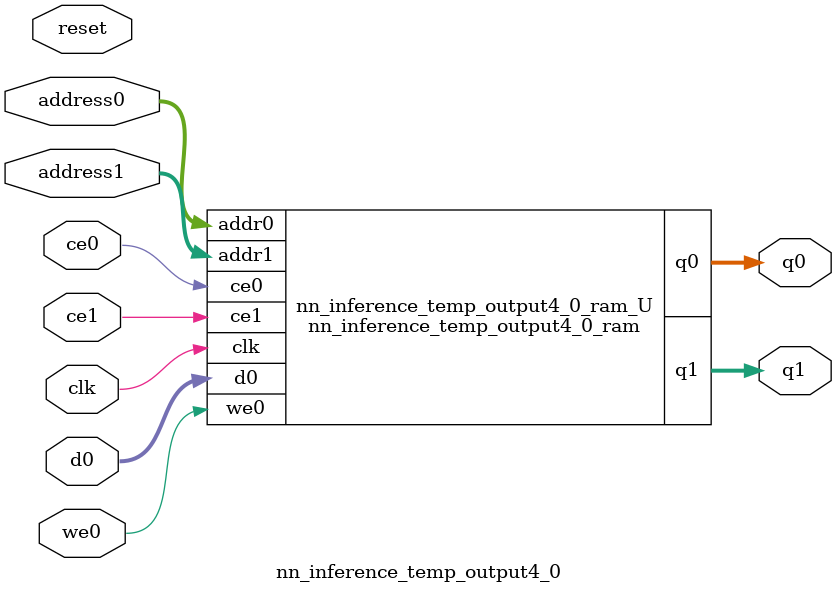
<source format=v>
`timescale 1 ns / 1 ps
module nn_inference_temp_output4_0_ram (addr0, ce0, d0, we0, q0, addr1, ce1, q1,  clk);

parameter DWIDTH = 32;
parameter AWIDTH = 4;
parameter MEM_SIZE = 16;

input[AWIDTH-1:0] addr0;
input ce0;
input[DWIDTH-1:0] d0;
input we0;
output reg[DWIDTH-1:0] q0;
input[AWIDTH-1:0] addr1;
input ce1;
output reg[DWIDTH-1:0] q1;
input clk;

reg [DWIDTH-1:0] ram0[0:MEM_SIZE-1];



always @(posedge clk)  
begin 
    if (ce0) begin
        if (we0) 
            ram0[addr0] <= d0; 
        q0 <= ram0[addr0];
    end
end


always @(posedge clk)  
begin 
    if (ce1) begin
        q1 <= ram0[addr1];
    end
end


endmodule

`timescale 1 ns / 1 ps
module nn_inference_temp_output4_0(
    reset,
    clk,
    address0,
    ce0,
    we0,
    d0,
    q0,
    address1,
    ce1,
    q1);

parameter DataWidth = 32'd32;
parameter AddressRange = 32'd16;
parameter AddressWidth = 32'd4;
input reset;
input clk;
input[AddressWidth - 1:0] address0;
input ce0;
input we0;
input[DataWidth - 1:0] d0;
output[DataWidth - 1:0] q0;
input[AddressWidth - 1:0] address1;
input ce1;
output[DataWidth - 1:0] q1;



nn_inference_temp_output4_0_ram nn_inference_temp_output4_0_ram_U(
    .clk( clk ),
    .addr0( address0 ),
    .ce0( ce0 ),
    .we0( we0 ),
    .d0( d0 ),
    .q0( q0 ),
    .addr1( address1 ),
    .ce1( ce1 ),
    .q1( q1 ));

endmodule


</source>
